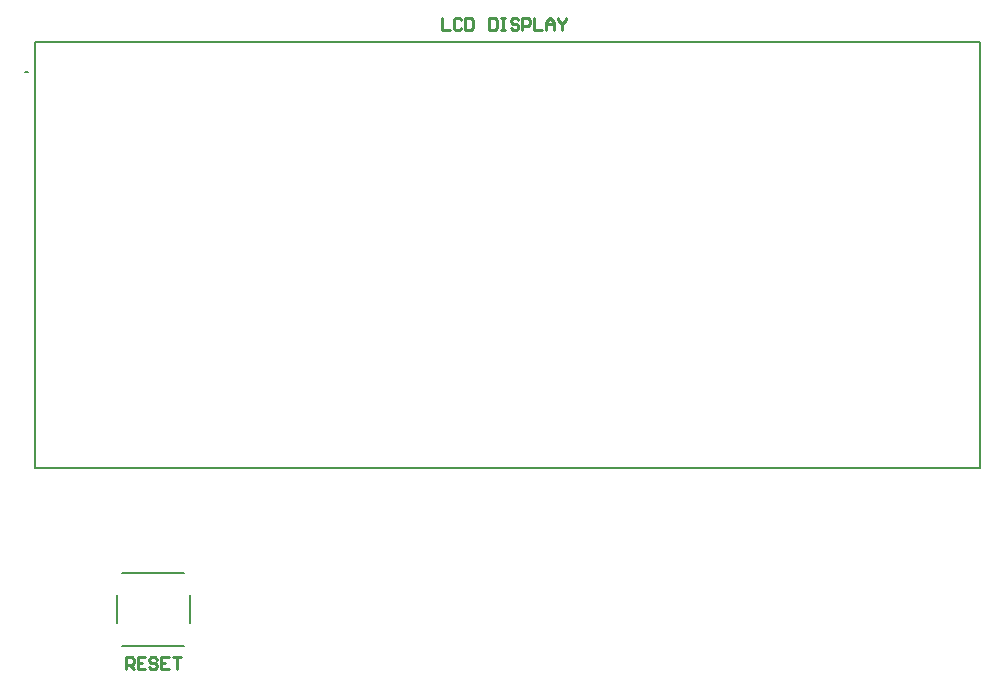
<source format=gto>
%FSTAX23Y23*%
%MOIN*%
%SFA1B1*%

%IPPOS*%
%ADD10C,0.007870*%
%ADD11C,0.005000*%
%ADD12C,0.010000*%
%LNpcb_front-1*%
%LPD*%
G54D10*
X00368Y02578D02*
X0036D01*
X00368*
X00683Y00665D02*
X00891D01*
X00909Y0074D02*
Y00834D01*
X00665Y0074D02*
Y00834D01*
X00683Y00909D02*
X00891D01*
G54D11*
X00393Y02677D02*
X03543D01*
Y01259D02*
Y02677D01*
X00393Y01259D02*
X03543D01*
X00393D02*
Y02677D01*
G54D12*
X00696Y00587D02*
Y00626D01*
X00715*
X00722Y00619*
Y00606*
X00715Y006*
X00696*
X00709D02*
X00722Y00587D01*
X00761Y00626D02*
X00735D01*
Y00587*
X00761*
X00735Y00606D02*
X00748D01*
X008Y00619D02*
X00794Y00626D01*
X00781*
X00774Y00619*
Y00613*
X00781Y00606*
X00794*
X008Y006*
Y00593*
X00794Y00587*
X00781*
X00774Y00593*
X0084Y00626D02*
X00814D01*
Y00587*
X0084*
X00814Y00606D02*
X00827D01*
X00853Y00626D02*
X00879D01*
X00866*
Y00587*
X01749Y02757D02*
Y02718D01*
X01775*
X01814Y0275D02*
X01808Y02757D01*
X01794*
X01788Y0275*
Y02724*
X01794Y02718*
X01808*
X01814Y02724*
X01827Y02757D02*
Y02718D01*
X01847*
X01853Y02724*
Y0275*
X01847Y02757*
X01827*
X01906D02*
Y02718D01*
X01926*
X01932Y02724*
Y0275*
X01926Y02757*
X01906*
X01945D02*
X01958D01*
X01952*
Y02718*
X01945*
X01958*
X02004Y0275D02*
X01998Y02757D01*
X01985*
X01978Y0275*
Y02744*
X01985Y02737*
X01998*
X02004Y02731*
Y02724*
X01998Y02718*
X01985*
X01978Y02724*
X02017Y02718D02*
Y02757D01*
X02037*
X02044Y0275*
Y02737*
X02037Y02731*
X02017*
X02057Y02757D02*
Y02718D01*
X02083*
X02096D02*
Y02744D01*
X02109Y02757*
X02122Y02744*
Y02718*
Y02737*
X02096*
X02136Y02757D02*
Y0275D01*
X02149Y02737*
X02162Y0275*
Y02757*
X02149Y02737D02*
Y02718D01*
M02*
</source>
